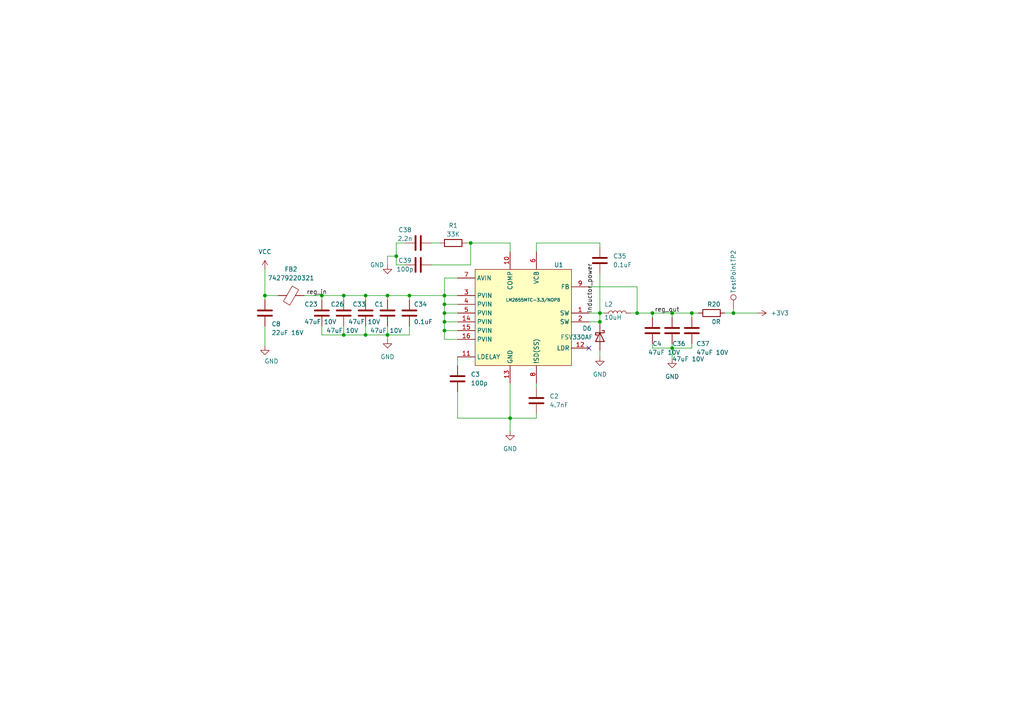
<source format=kicad_sch>
(kicad_sch (version 20211123) (generator eeschema)
  (paper "A4")
  (title_block (title "Hestia") (date "2022-07-14") (rev "2.0") (company "Mawson Rovers"))
  (lib_symbols
    (symbol "Connector:TestPoint" (pin_numbers hide) (pin_names (offset 0.762) hide)
      (property "Reference" "TP" (at 0 6.858 0))
      (property "Value" "TestPoint" (at 0 5.08 0))
      (symbol "TestPoint_0_1"
        (circle (center 0 3.302) (radius 0.762))
      )
      (symbol "TestPoint_1_1"
        (pin passive line (at 0 0 90) (length 2.54) (name "1") (number "1"))
      )
    )
    (symbol "Device:C" (pin_numbers hide) (pin_names (offset 0.254))
      (property "Reference" "C" (at 0.635 2.54 0))
      (property "Value" "C" (at 0.635 -2.54 0))
      (symbol "C_0_1"
        (polyline (pts (xy -2.032 -0.762) (xy 2.032 -0.762)) (stroke (width 0.508)))
        (polyline (pts (xy -2.032 0.762) (xy 2.032 0.762)) (stroke (width 0.508)))
      )
      (symbol "C_1_1"
        (pin passive line (at 0 3.81 270) (length 2.794) (name "~") (number "1"))
        (pin passive line (at 0 -3.81 90) (length 2.794) (name "~") (number "2"))
      )
    )
    (symbol "Device:D_Schottky" (pin_numbers hide) (pin_names (offset 1.016) hide)
      (property "Reference" "D" (at 0 2.54 0))
      (property "Value" "D_Schottky" (at 0 -2.54 0))
      (symbol "D_Schottky_0_1"
        (polyline (pts (xy 1.27 0) (xy -1.27 0)))
        (polyline (pts (xy 1.27 1.27) (xy 1.27 -1.27) (xy -1.27 0) (xy 1.27 1.27)) (stroke (width 0.254)))
        (polyline (pts (xy -1.905 0.635) (xy -1.905 1.27) (xy -1.27 1.27) (xy -1.27 -1.27) (xy -0.635 -1.27) (xy -0.635 -0.635)) (stroke (width 0.254)))
      )
      (symbol "D_Schottky_1_1"
        (pin passive line (at -3.81 0 0) (length 2.54) (name "K") (number "1"))
        (pin passive line (at 3.81 0 180) (length 2.54) (name "A") (number "2"))
      )
    )
    (symbol "Device:FerriteBead" (pin_numbers hide) (pin_names (offset 0))
      (property "Reference" "FB" (at -3.81 0.635 90))
      (property "Value" "FerriteBead" (at 3.81 0 90))
      (symbol "FerriteBead_0_1"
        (polyline (pts (xy 0 -1.27) (xy 0 -1.2192)))
        (polyline (pts (xy 0 1.27) (xy 0 1.2954)))
        (polyline (pts (xy -2.7686 0.4064) (xy -1.7018 2.2606) (xy 2.7686 -0.3048) (xy 1.6764 -2.159) (xy -2.7686 0.4064)))
      )
      (symbol "FerriteBead_1_1"
        (pin passive line (at 0 3.81 270) (length 2.54) (name "~") (number "1"))
        (pin passive line (at 0 -3.81 90) (length 2.54) (name "~") (number "2"))
      )
    )
    (symbol "Device:L" (pin_numbers hide) (pin_names (offset 1.016) hide)
      (property "Reference" "L" (at -1.27 0 90))
      (property "Value" "L" (at 1.905 0 90))
      (symbol "L_0_1"
        (arc (start 0 -2.54) (mid 0.635 -1.905) (end 0 -1.27))
        (arc (start 0 -1.27) (mid 0.635 -0.635) (end 0 0))
        (arc (start 0 0) (mid 0.635 0.635) (end 0 1.27))
        (arc (start 0 1.27) (mid 0.635 1.905) (end 0 2.54))
      )
      (symbol "L_1_1"
        (pin passive line (at 0 3.81 270) (length 1.27) (name "1") (number "1"))
        (pin passive line (at 0 -3.81 90) (length 1.27) (name "2") (number "2"))
      )
    )
    (symbol "Device:R" (pin_numbers hide) (pin_names (offset 0))
      (property "Reference" "R" (at 2.032 0 90))
      (property "Value" "R" (at 0 0 90))
      (symbol "R_0_1"
        (rectangle (start -1.016 -2.54) (end 1.016 2.54) (stroke (width 0.254)))
      )
      (symbol "R_1_1"
        (pin passive line (at 0 3.81 270) (length 1.27) (name "~") (number "1"))
        (pin passive line (at 0 -3.81 90) (length 1.27) (name "~") (number "2"))
      )
    )
    (symbol "Hestia:LM2655MTC-3.3{slash}NOPB"
      (property "Reference" "U" (at -2.54 2.54 0))
      (property "Value" "LM2655MTC-3.3{slash}NOPB" (at -2.54 7.62 0))
      (symbol "LM2655MTC-3.3{slash}NOPB_0_1"
        (rectangle (start -17.78 17.78) (end 10.16 -10.16) (fill (type background)))
      )
      (symbol "LM2655MTC-3.3{slash}NOPB_1_1"
        (pin output line (at 15.24 5.08 180) (length 5.08) (name "SW") (number "1"))
        (pin input line (at -7.62 22.86 270) (length 5.08) (name "COMP") (number "10"))
        (pin input line (at -22.86 -7.62 0) (length 5.08) (name "LDELAY") (number "11"))
        (pin input line (at 15.24 -5.08 180) (length 5.08) (name "LDR") (number "12"))
        (pin power_in line (at -7.62 -15.24 90) (length 5.08) (name "GND") (number "13"))
        (pin power_in line (at -22.86 2.54 0) (length 5.08) (name "PVIN") (number "14"))
        (pin power_in line (at -22.86 0 0) (length 5.08) (name "PVIN") (number "15"))
        (pin power_in line (at -22.86 -2.54 0) (length 5.08) (name "PVIN") (number "16"))
        (pin output line (at 15.24 2.54 180) (length 5.08) (name "SW") (number "2"))
        (pin power_in line (at -22.86 10.16 0) (length 5.08) (name "PVIN") (number "3"))
        (pin power_in line (at -22.86 7.62 0) (length 5.08) (name "PVIN") (number "4"))
        (pin power_in line (at -22.86 5.08 0) (length 5.08) (name "PVIN") (number "5"))
        (pin input line (at 0 22.86 270) (length 5.08) (name "VCB") (number "6"))
        (pin power_in line (at -22.86 15.24 0) (length 5.08) (name "AVIN") (number "7"))
        (pin input line (at 0 -15.24 90) (length 5.08) (name "!SD(SS)") (number "8"))
        (pin input line (at 15.24 12.7 180) (length 5.08) (name "FB") (number "9"))
      )
    )
    (symbol "power:+3.3V" (power) (pin_names (offset 0))
      (property "Value" "+3.3V" (at 0 3.556 0))
      (symbol "+3.3V_0_1"
        (polyline (pts (xy -0.762 1.27) (xy 0 2.54)))
        (polyline (pts (xy 0 0) (xy 0 2.54)))
        (polyline (pts (xy 0 2.54) (xy 0.762 1.27)))
      )
      (symbol "+3.3V_1_1"
        (pin power_in line (at 0 0 90) (length 0) hide (name "+3V3") (number "1"))
      )
    )
    (symbol "power:GND" (power) (pin_names (offset 0))
      (property "Value" "GND" (at 0 -3.81 0))
      (symbol "GND_0_1"
        (polyline (pts (xy 0 0) (xy 0 -1.27) (xy 1.27 -1.27) (xy 0 -2.54) (xy -1.27 -1.27) (xy 0 -1.27)))
      )
      (symbol "GND_1_1"
        (pin power_in line (at 0 0 270) (length 0) hide (name "GND") (number "1"))
      )
    )
    (symbol "power:VCC" (power) (pin_names (offset 0))
      (property "Value" "VCC" (at 0 3.81 0))
      (symbol "VCC_0_1"
        (polyline (pts (xy -0.762 1.27) (xy 0 2.54)))
        (polyline (pts (xy 0 0) (xy 0 2.54)))
        (polyline (pts (xy 0 2.54) (xy 0.762 1.27)))
      )
      (symbol "VCC_1_1"
        (pin power_in line (at 0 0 90) (length 0) hide (name "VCC") (number "1"))
      )
    )
  )
  (junction (at 93.345 85.725))
  (junction (at 128.905 88.265))
  (junction (at 194.945 90.805))
  (junction (at 184.785 90.805))
  (junction (at 114.935 74.295))
  (junction (at 173.99 90.805))
  (junction (at 200.66 90.805))
  (junction (at 147.955 121.285))
  (junction (at 118.745 85.725))
  (junction (at 128.905 90.805))
  (junction (at 106.045 97.155))
  (junction (at 128.905 95.885))
  (junction (at 128.905 85.725))
  (junction (at 194.945 100.965))
  (junction (at 106.045 85.725))
  (junction (at 128.905 93.345))
  (junction (at 112.395 85.725))
  (junction (at 112.395 97.155))
  (junction (at 136.525 70.485))
  (junction (at 212.725 90.805))
  (junction (at 99.695 97.155))
  (junction (at 99.695 85.725))
  (junction (at 76.835 85.725))
  (junction (at 173.99 93.345))
  (junction (at 189.23 90.805))
  (no_connect (at 170.815 100.965))
  (wire (pts (xy 189.23 92.075) (xy 189.23 90.805)))
  (wire (pts (xy 189.23 100.965) (xy 194.945 100.965)))
  (wire (pts (xy 155.575 73.025) (xy 155.575 70.485)))
  (wire (pts (xy 132.715 113.665) (xy 132.715 121.285)))
  (wire (pts (xy 194.945 100.965) (xy 200.66 100.965)))
  (wire (pts (xy 173.99 90.805) (xy 175.26 90.805)))
  (wire (pts (xy 99.695 94.615) (xy 99.695 97.155)))
  (wire (pts (xy 128.905 85.725) (xy 132.715 85.725)))
  (wire (pts (xy 128.905 93.345) (xy 128.905 95.885)))
  (wire (pts (xy 93.345 94.615) (xy 93.345 97.155)))
  (wire (pts (xy 106.045 94.615) (xy 106.045 97.155)))
  (wire (pts (xy 128.905 80.645) (xy 128.905 85.725)))
  (wire (pts (xy 155.575 120.015) (xy 155.575 121.285)))
  (wire (pts (xy 128.905 93.345) (xy 132.715 93.345)))
  (wire (pts (xy 128.905 88.265) (xy 128.905 85.725)))
  (wire (pts (xy 147.955 121.285) (xy 155.575 121.285)))
  (wire (pts (xy 117.475 76.835) (xy 114.935 76.835)))
  (wire (pts (xy 212.725 89.535) (xy 212.725 90.805)))
  (wire (pts (xy 128.905 93.345) (xy 128.905 90.805)))
  (wire (pts (xy 194.945 99.695) (xy 194.945 100.965)))
  (wire (pts (xy 93.345 85.725) (xy 99.695 85.725)))
  (wire (pts (xy 170.815 93.345) (xy 173.99 93.345)))
  (wire (pts (xy 212.725 90.805) (xy 219.71 90.805)))
  (wire (pts (xy 106.045 85.725) (xy 106.045 86.995)))
  (wire (pts (xy 194.945 100.965) (xy 194.945 104.14)))
  (wire (pts (xy 99.695 85.725) (xy 99.695 86.995)))
  (wire (pts (xy 189.23 99.695) (xy 189.23 100.965)))
  (wire (pts (xy 184.785 90.805) (xy 189.23 90.805)))
  (wire (pts (xy 125.095 70.485) (xy 127.635 70.485)))
  (wire (pts (xy 114.935 70.485) (xy 117.475 70.485)))
  (wire (pts (xy 173.99 93.345) (xy 173.99 90.805)))
  (wire (pts (xy 112.395 97.155) (xy 118.745 97.155)))
  (wire (pts (xy 118.745 85.725) (xy 112.395 85.725)))
  (wire (pts (xy 155.575 70.485) (xy 173.99 70.485)))
  (wire (pts (xy 212.725 90.805) (xy 210.185 90.805)))
  (wire (pts (xy 99.695 97.155) (xy 106.045 97.155)))
  (wire (pts (xy 112.395 74.295) (xy 114.935 74.295)))
  (wire (pts (xy 147.955 111.125) (xy 147.955 121.285)))
  (wire (pts (xy 135.255 70.485) (xy 136.525 70.485)))
  (wire (pts (xy 128.905 85.725) (xy 118.745 85.725)))
  (wire (pts (xy 200.66 99.695) (xy 200.66 100.965)))
  (wire (pts (xy 136.525 76.835) (xy 136.525 70.485)))
  (wire (pts (xy 194.945 90.805) (xy 194.945 92.075)))
  (wire (pts (xy 132.715 95.885) (xy 128.905 95.885)))
  (wire (pts (xy 132.715 98.425) (xy 128.905 98.425)))
  (wire (pts (xy 118.745 85.725) (xy 118.745 86.995)))
  (wire (pts (xy 76.835 78.105) (xy 76.835 85.725)))
  (wire (pts (xy 88.265 85.725) (xy 93.345 85.725)))
  (wire (pts (xy 106.045 97.155) (xy 112.395 97.155)))
  (wire (pts (xy 128.905 95.885) (xy 128.905 98.425)))
  (wire (pts (xy 173.99 70.485) (xy 173.99 71.755)))
  (wire (pts (xy 128.905 88.265) (xy 132.715 88.265)))
  (wire (pts (xy 200.66 90.805) (xy 200.66 92.075)))
  (wire (pts (xy 112.395 97.155) (xy 112.395 98.425)))
  (wire (pts (xy 147.955 121.285) (xy 147.955 125.095)))
  (wire (pts (xy 136.525 70.485) (xy 147.955 70.485)))
  (wire (pts (xy 132.715 103.505) (xy 132.715 106.045)))
  (wire (pts (xy 155.575 111.125) (xy 155.575 112.395)))
  (wire (pts (xy 114.935 74.295) (xy 114.935 70.485)))
  (wire (pts (xy 147.955 73.025) (xy 147.955 70.485)))
  (wire (pts (xy 112.395 85.725) (xy 112.395 86.995)))
  (wire (pts (xy 93.345 97.155) (xy 99.695 97.155)))
  (wire (pts (xy 76.835 85.725) (xy 76.835 86.995)))
  (wire (pts (xy 170.815 90.805) (xy 173.99 90.805)))
  (wire (pts (xy 194.945 90.805) (xy 200.66 90.805)))
  (wire (pts (xy 128.905 90.805) (xy 132.715 90.805)))
  (wire (pts (xy 189.23 90.805) (xy 194.945 90.805)))
  (wire (pts (xy 112.395 94.615) (xy 112.395 97.155)))
  (wire (pts (xy 184.785 90.805) (xy 184.785 83.185)))
  (wire (pts (xy 173.99 79.375) (xy 173.99 90.805)))
  (wire (pts (xy 76.835 85.725) (xy 80.645 85.725)))
  (wire (pts (xy 93.345 85.725) (xy 93.345 86.995)))
  (wire (pts (xy 132.715 80.645) (xy 128.905 80.645)))
  (wire (pts (xy 106.045 85.725) (xy 112.395 85.725)))
  (wire (pts (xy 99.695 85.725) (xy 106.045 85.725)))
  (wire (pts (xy 147.955 121.285) (xy 132.715 121.285)))
  (wire (pts (xy 170.815 83.185) (xy 184.785 83.185)))
  (wire (pts (xy 173.99 101.6) (xy 173.99 103.505)))
  (wire (pts (xy 118.745 94.615) (xy 118.745 97.155)))
  (wire (pts (xy 173.99 93.98) (xy 173.99 93.345)))
  (wire (pts (xy 182.88 90.805) (xy 184.785 90.805)))
  (wire (pts (xy 114.935 76.835) (xy 114.935 74.295)))
  (wire (pts (xy 76.835 94.615) (xy 76.835 100.33)))
  (wire (pts (xy 128.905 90.805) (xy 128.905 88.265)))
  (wire (pts (xy 125.095 76.835) (xy 136.525 76.835)))
  (wire (pts (xy 200.66 90.805) (xy 202.565 90.805)))
  (wire (pts (xy 112.395 76.835) (xy 112.395 74.295)))
  (label "reg_out" (at 189.865 90.805 0))
  (label "reg_in" (at 88.9 85.725 0))
  (label "Inductor_power" (at 172.085 90.805 90))
  (symbol (lib_id "power:GND") (at 194.945 104.14 0) (unit 1)
    (property "Reference" "#PWR05" (effects hide))
    (property "Value" "GND" (at 194.945 109.22 0))
  )
  (symbol (lib_id "power:GND") (at 112.395 76.835 0) (unit 1)
    (property "Reference" "#PWR0141" (effects hide))
    (property "Value" "GND" (at 107.315 76.835 0) (effects (justify left)))
  )
  (symbol (lib_id "Hestia:LM2655MTC-3.3{slash}NOPB") (at 155.575 95.885 0) (unit 1)
    (property "Reference" "U1" (at 160.655 76.835 0) (effects (justify left)))
    (property "Value" "LM2655MTC-3.3/NOPB" (at 146.685 86.995 0) (effects (font (size 0.9 0.9)) (justify left)))
    (property "Footprint" "Package_SO:TSSOP-16_4.4x5mm_P0.65mm" (effects hide))
    (property "Datasheet" "https://www.ti.com/lit/ds/symlink/lm2655.pdf?ts=1657771011072&ref_url=https%253A%252F%252Fwww.ti.com%252Fproduct%252FLM2655%252Fpart-details%252FLM2655MTC-3.3%252FNOPB" (effects hide))
    (property "Manufacturer" "TI" (effects hide))
    (property "Type" "SMD" (effects hide))
  )
  (symbol (lib_id "Device:L") (at 179.07 90.805 270) (mirror x) (unit 1)
    (property "Reference" "L2" (at 176.53 88.265 90))
    (property "Value" "10uH" (at 177.8 92.075 90))
    (property "Footprint" "Inductor_SMD:L_Coilcraft_LPS5030" (effects hide))
    (property "Type" "SMD" (effects hide))
  )
  (symbol (lib_id "Device:C") (at 76.835 90.805 0) (unit 1)
    (property "Reference" "C8" (at 78.74 93.98 0) (effects (justify left)))
    (property "Value" "22uF 16V" (at 78.74 96.52 0) (effects (justify left)))
    (property "Footprint" "Capacitor_SMD:C_1206_3216Metric" (effects hide))
    (property "LCSC Part" "C13585" (effects hide))
  )
  (symbol (lib_id "Device:C") (at 118.745 90.805 180) (unit 1)
    (property "Reference" "C34" (at 120.015 88.265 0) (effects (justify right)))
    (property "Value" "0.1uF" (at 120.015 93.345 0) (effects (justify right)))
    (property "Footprint" "Capacitor_SMD:C_0603_1608Metric_Pad1.08x0.95mm_HandSolder" (effects hide))
    (property "Type" "SMD" (effects hide))
  )
  (symbol (lib_id "Connector:TestPoint") (at 212.725 89.535 0) (unit 1)
    (property "Reference" "TP2" (at 212.725 74.295 90))
    (property "Value" "TestPoint" (at 212.725 80.645 90))
    (property "Footprint" "TestPoint:TestPoint_Pad_2.0x2.0mm" (effects hide))
  )
  (symbol (lib_id "Device:C") (at 121.285 70.485 270) (unit 1)
    (property "Reference" "C38" (at 117.475 66.675 90))
    (property "Value" "2.2n" (at 117.475 69.215 90))
    (property "Footprint" "Capacitor_SMD:C_0603_1608Metric_Pad1.08x0.95mm_HandSolder" (effects hide))
    (property "Type" "SMD" (effects hide))
  )
  (symbol (lib_id "Device:C") (at 99.695 90.805 0) (unit 1)
    (property "Reference" "C26" (at 95.885 88.265 0) (effects (justify left)))
    (property "Value" "47uF 10V" (at 94.615 95.885 0) (effects (justify left)))
    (property "Footprint" "Capacitor_SMD:C_0805_2012Metric_Pad1.18x1.45mm_HandSolder" (effects hide))
    (property "Type" "SMD" (effects hide))
  )
  (symbol (lib_id "Device:D_Schottky") (at 173.99 97.79 270) (unit 1)
    (property "Reference" "D6" (at 168.91 95.25 90) (effects (justify left)))
    (property "Value" "FSV330AF" (at 162.56 97.79 90) (effects (justify left)))
    (property "Footprint" "Hestia:DO-214AD (SMAF)" (effects hide))
    (property "Type" "SMD" (effects hide))
  )
  (symbol (lib_id "Device:C") (at 173.99 75.565 0) (unit 1)
    (property "Reference" "C35" (at 177.8 74.2949 0) (effects (justify left)))
    (property "Value" "0.1uF" (at 177.8 76.8349 0) (effects (justify left)))
    (property "Footprint" "Capacitor_SMD:C_0603_1608Metric_Pad1.08x0.95mm_HandSolder" (effects hide))
    (property "Type" "SMD" (effects hide))
  )
  (symbol (lib_id "Device:C") (at 106.045 90.805 0) (unit 1)
    (property "Reference" "C33" (at 102.235 88.265 0) (effects (justify left)))
    (property "Value" "47uF 10V" (at 100.965 93.345 0) (effects (justify left)))
    (property "Footprint" "Capacitor_SMD:C_0805_2012Metric_Pad1.18x1.45mm_HandSolder" (effects hide))
    (property "Type" "SMD" (effects hide))
  )
  (symbol (lib_id "power:GND") (at 173.99 103.505 0) (unit 1)
    (property "Reference" "#PWR04" (effects hide))
    (property "Value" "GND" (at 173.99 108.585 0))
  )
  (symbol (lib_id "Device:R") (at 131.445 70.485 270) (unit 1)
    (property "Reference" "R1" (at 131.445 65.405 90))
    (property "Value" "33K" (at 131.445 67.945 90))
    (property "Footprint" "Resistor_SMD:R_0603_1608Metric_Pad0.98x0.95mm_HandSolder" (effects hide))
    (property "Type" "SMD" (effects hide))
  )
  (symbol (lib_id "Device:R") (at 206.375 90.805 270) (unit 1)
    (property "Reference" "R20" (at 205.105 88.265 90) (effects (justify left)))
    (property "Value" "0R" (at 206.375 93.345 90) (effects (justify left)))
    (property "Footprint" "Resistor_SMD:R_1210_3225Metric_Pad1.30x2.65mm_HandSolder" (effects hide))
    (property "Type" "SMD" (effects hide))
  )
  (symbol (lib_id "power:GND") (at 76.835 100.33 0) (unit 1)
    (property "Reference" "#PWR08" (effects hide))
    (property "Value" "GND" (at 78.74 104.775 0))
  )
  (symbol (lib_id "Device:C") (at 194.945 95.885 0) (unit 1)
    (property "Reference" "C36" (at 194.945 99.695 0) (effects (justify left)))
    (property "Value" "47uF 10V" (at 194.945 104.14 0) (effects (justify left)))
    (property "Footprint" "Capacitor_SMD:C_0805_2012Metric_Pad1.18x1.45mm_HandSolder" (effects hide))
    (property "Type" "SMD" (effects hide))
  )
  (symbol (lib_id "Device:C") (at 93.345 90.805 0) (unit 1)
    (property "Reference" "C23" (at 88.265 88.265 0) (effects (justify left)))
    (property "Value" "47uF 10V" (at 88.265 93.345 0) (effects (justify left)))
    (property "Footprint" "Capacitor_SMD:C_0805_2012Metric_Pad1.18x1.45mm_HandSolder" (effects hide))
    (property "Type" "SMD" (effects hide))
  )
  (symbol (lib_id "Device:FerriteBead") (at 84.455 85.725 90) (unit 1)
    (property "Reference" "FB2" (at 84.4042 78.105 90))
    (property "Value" "74279220321" (at 84.4042 80.645 90))
    (property "Footprint" "Resistor_SMD:R_0805_2012Metric_Pad1.20x1.40mm_HandSolder" (effects hide))
    (property "Type" "SMD" (effects hide))
  )
  (symbol (lib_id "power:VCC") (at 76.835 78.105 0) (unit 1)
    (property "Reference" "#PWR01" (effects hide))
    (property "Value" "VCC" (at 76.835 73.025 0))
  )
  (symbol (lib_id "power:GND") (at 112.395 98.425 0) (unit 1)
    (property "Reference" "#PWR02" (effects hide))
    (property "Value" "GND" (at 112.395 103.505 0))
  )
  (symbol (lib_id "power:GND") (at 147.955 125.095 0) (unit 1)
    (property "Reference" "#PWR0164" (effects hide))
    (property "Value" "GND" (at 147.955 130.175 0))
  )
  (symbol (lib_id "Device:C") (at 189.23 95.885 0) (unit 1)
    (property "Reference" "C4" (at 189.23 99.695 0) (effects (justify left)))
    (property "Value" "47uF 10V" (at 187.96 102.235 0) (effects (justify left)))
    (property "Footprint" "Capacitor_SMD:C_0805_2012Metric_Pad1.18x1.45mm_HandSolder" (effects hide))
    (property "Type" "SMD" (effects hide))
  )
  (symbol (lib_id "Device:C") (at 200.66 95.885 0) (unit 1)
    (property "Reference" "C37" (at 201.93 99.695 0) (effects (justify left)))
    (property "Value" "47uF 10V" (at 201.93 102.235 0) (effects (justify left)))
    (property "Footprint" "Capacitor_SMD:C_0805_2012Metric_Pad1.18x1.45mm_HandSolder" (effects hide))
    (property "Type" "SMD" (effects hide))
  )
  (symbol (lib_id "Device:C") (at 121.285 76.835 270) (unit 1)
    (property "Reference" "C39" (at 117.475 75.565 90))
    (property "Value" "100p" (at 117.475 78.105 90))
    (property "Footprint" "Capacitor_SMD:C_0603_1608Metric_Pad1.08x0.95mm_HandSolder" (effects hide))
    (property "Type" "SMD" (effects hide))
  )
  (symbol (lib_id "Device:C") (at 155.575 116.205 0) (unit 1)
    (property "Reference" "C2" (at 159.385 114.9349 0) (effects (justify left)))
    (property "Value" "4.7nF" (at 159.385 117.4749 0) (effects (justify left)))
    (property "Footprint" "Capacitor_SMD:C_0603_1608Metric_Pad1.08x0.95mm_HandSolder" (effects hide))
    (property "Type" "SMD" (effects hide))
  )
  (symbol (lib_id "Device:C") (at 132.715 109.855 180) (unit 1)
    (property "Reference" "C3" (at 136.525 108.5849 0) (effects (justify right)))
    (property "Value" "100p" (at 136.525 111.1249 0) (effects (justify right)))
    (property "Footprint" "Capacitor_SMD:C_0603_1608Metric_Pad1.08x0.95mm_HandSolder" (effects hide))
    (property "Type" "SMD" (effects hide))
  )
  (symbol (lib_id "Device:C") (at 112.395 90.805 0) (unit 1)
    (property "Reference" "C1" (at 108.585 88.265 0) (effects (justify left)))
    (property "Value" "47uF 10V" (at 107.315 95.885 0) (effects (justify left)))
    (property "Footprint" "Capacitor_SMD:C_0805_2012Metric_Pad1.18x1.45mm_HandSolder" (effects hide))
    (property "Type" "SMD" (effects hide))
  )
  (symbol (lib_id "power:+3.3V") (at 219.71 90.805 270) (unit 1)
    (property "Reference" "#PWR06" (effects hide))
    (property "Value" "+3.3V" (at 223.52 90.8049 90) (effects (justify left)))
  )
)
</source>
